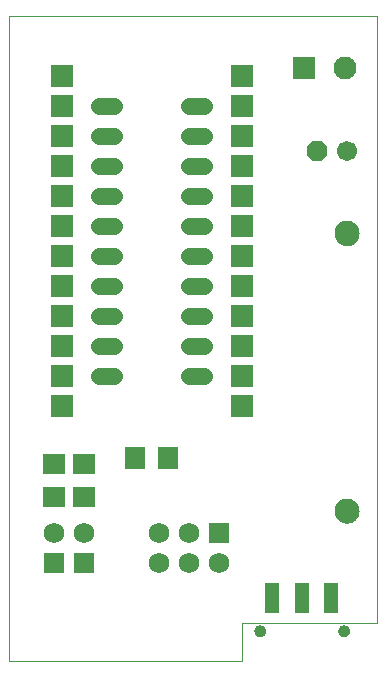
<source format=gbs>
G75*
%MOIN*%
%OFA0B0*%
%FSLAX25Y25*%
%IPPOS*%
%LPD*%
%AMOC8*
5,1,8,0,0,1.08239X$1,22.5*
%
%ADD10C,0.00000*%
%ADD11C,0.08274*%
%ADD12R,0.06699X0.07487*%
%ADD13R,0.07487X0.06699*%
%ADD14R,0.07400X0.07400*%
%ADD15C,0.05600*%
%ADD16R,0.05124X0.10243*%
%ADD17C,0.03943*%
%ADD18R,0.07683X0.07683*%
%ADD19C,0.07683*%
%ADD20R,0.06900X0.06900*%
%ADD21C,0.06900*%
%ADD22OC8,0.06700*%
%ADD23C,0.06700*%
D10*
X0002200Y0006014D02*
X0079700Y0006014D01*
X0079700Y0018514D01*
X0124700Y0018514D01*
X0124700Y0221014D01*
X0124651Y0220974D02*
X0002200Y0220974D01*
X0002200Y0006014D01*
X0083952Y0016014D02*
X0083954Y0016098D01*
X0083960Y0016181D01*
X0083970Y0016264D01*
X0083984Y0016347D01*
X0084001Y0016429D01*
X0084023Y0016510D01*
X0084048Y0016589D01*
X0084077Y0016668D01*
X0084110Y0016745D01*
X0084146Y0016820D01*
X0084186Y0016894D01*
X0084229Y0016966D01*
X0084276Y0017035D01*
X0084326Y0017102D01*
X0084379Y0017167D01*
X0084435Y0017229D01*
X0084493Y0017289D01*
X0084555Y0017346D01*
X0084619Y0017399D01*
X0084686Y0017450D01*
X0084755Y0017497D01*
X0084826Y0017542D01*
X0084899Y0017582D01*
X0084974Y0017619D01*
X0085051Y0017653D01*
X0085129Y0017683D01*
X0085208Y0017709D01*
X0085289Y0017732D01*
X0085371Y0017750D01*
X0085453Y0017765D01*
X0085536Y0017776D01*
X0085619Y0017783D01*
X0085703Y0017786D01*
X0085787Y0017785D01*
X0085870Y0017780D01*
X0085954Y0017771D01*
X0086036Y0017758D01*
X0086118Y0017742D01*
X0086199Y0017721D01*
X0086280Y0017697D01*
X0086358Y0017669D01*
X0086436Y0017637D01*
X0086512Y0017601D01*
X0086586Y0017562D01*
X0086658Y0017520D01*
X0086728Y0017474D01*
X0086796Y0017425D01*
X0086861Y0017373D01*
X0086924Y0017318D01*
X0086984Y0017260D01*
X0087042Y0017199D01*
X0087096Y0017135D01*
X0087148Y0017069D01*
X0087196Y0017001D01*
X0087241Y0016930D01*
X0087282Y0016857D01*
X0087321Y0016783D01*
X0087355Y0016707D01*
X0087386Y0016629D01*
X0087413Y0016550D01*
X0087437Y0016469D01*
X0087456Y0016388D01*
X0087472Y0016306D01*
X0087484Y0016223D01*
X0087492Y0016139D01*
X0087496Y0016056D01*
X0087496Y0015972D01*
X0087492Y0015889D01*
X0087484Y0015805D01*
X0087472Y0015722D01*
X0087456Y0015640D01*
X0087437Y0015559D01*
X0087413Y0015478D01*
X0087386Y0015399D01*
X0087355Y0015321D01*
X0087321Y0015245D01*
X0087282Y0015171D01*
X0087241Y0015098D01*
X0087196Y0015027D01*
X0087148Y0014959D01*
X0087096Y0014893D01*
X0087042Y0014829D01*
X0086984Y0014768D01*
X0086924Y0014710D01*
X0086861Y0014655D01*
X0086796Y0014603D01*
X0086728Y0014554D01*
X0086658Y0014508D01*
X0086586Y0014466D01*
X0086512Y0014427D01*
X0086436Y0014391D01*
X0086358Y0014359D01*
X0086280Y0014331D01*
X0086199Y0014307D01*
X0086118Y0014286D01*
X0086036Y0014270D01*
X0085954Y0014257D01*
X0085870Y0014248D01*
X0085787Y0014243D01*
X0085703Y0014242D01*
X0085619Y0014245D01*
X0085536Y0014252D01*
X0085453Y0014263D01*
X0085371Y0014278D01*
X0085289Y0014296D01*
X0085208Y0014319D01*
X0085129Y0014345D01*
X0085051Y0014375D01*
X0084974Y0014409D01*
X0084899Y0014446D01*
X0084826Y0014486D01*
X0084755Y0014531D01*
X0084686Y0014578D01*
X0084619Y0014629D01*
X0084555Y0014682D01*
X0084493Y0014739D01*
X0084435Y0014799D01*
X0084379Y0014861D01*
X0084326Y0014926D01*
X0084276Y0014993D01*
X0084229Y0015062D01*
X0084186Y0015134D01*
X0084146Y0015208D01*
X0084110Y0015283D01*
X0084077Y0015360D01*
X0084048Y0015439D01*
X0084023Y0015518D01*
X0084001Y0015599D01*
X0083984Y0015681D01*
X0083970Y0015764D01*
X0083960Y0015847D01*
X0083954Y0015930D01*
X0083952Y0016014D01*
X0111904Y0016014D02*
X0111906Y0016098D01*
X0111912Y0016181D01*
X0111922Y0016264D01*
X0111936Y0016347D01*
X0111953Y0016429D01*
X0111975Y0016510D01*
X0112000Y0016589D01*
X0112029Y0016668D01*
X0112062Y0016745D01*
X0112098Y0016820D01*
X0112138Y0016894D01*
X0112181Y0016966D01*
X0112228Y0017035D01*
X0112278Y0017102D01*
X0112331Y0017167D01*
X0112387Y0017229D01*
X0112445Y0017289D01*
X0112507Y0017346D01*
X0112571Y0017399D01*
X0112638Y0017450D01*
X0112707Y0017497D01*
X0112778Y0017542D01*
X0112851Y0017582D01*
X0112926Y0017619D01*
X0113003Y0017653D01*
X0113081Y0017683D01*
X0113160Y0017709D01*
X0113241Y0017732D01*
X0113323Y0017750D01*
X0113405Y0017765D01*
X0113488Y0017776D01*
X0113571Y0017783D01*
X0113655Y0017786D01*
X0113739Y0017785D01*
X0113822Y0017780D01*
X0113906Y0017771D01*
X0113988Y0017758D01*
X0114070Y0017742D01*
X0114151Y0017721D01*
X0114232Y0017697D01*
X0114310Y0017669D01*
X0114388Y0017637D01*
X0114464Y0017601D01*
X0114538Y0017562D01*
X0114610Y0017520D01*
X0114680Y0017474D01*
X0114748Y0017425D01*
X0114813Y0017373D01*
X0114876Y0017318D01*
X0114936Y0017260D01*
X0114994Y0017199D01*
X0115048Y0017135D01*
X0115100Y0017069D01*
X0115148Y0017001D01*
X0115193Y0016930D01*
X0115234Y0016857D01*
X0115273Y0016783D01*
X0115307Y0016707D01*
X0115338Y0016629D01*
X0115365Y0016550D01*
X0115389Y0016469D01*
X0115408Y0016388D01*
X0115424Y0016306D01*
X0115436Y0016223D01*
X0115444Y0016139D01*
X0115448Y0016056D01*
X0115448Y0015972D01*
X0115444Y0015889D01*
X0115436Y0015805D01*
X0115424Y0015722D01*
X0115408Y0015640D01*
X0115389Y0015559D01*
X0115365Y0015478D01*
X0115338Y0015399D01*
X0115307Y0015321D01*
X0115273Y0015245D01*
X0115234Y0015171D01*
X0115193Y0015098D01*
X0115148Y0015027D01*
X0115100Y0014959D01*
X0115048Y0014893D01*
X0114994Y0014829D01*
X0114936Y0014768D01*
X0114876Y0014710D01*
X0114813Y0014655D01*
X0114748Y0014603D01*
X0114680Y0014554D01*
X0114610Y0014508D01*
X0114538Y0014466D01*
X0114464Y0014427D01*
X0114388Y0014391D01*
X0114310Y0014359D01*
X0114232Y0014331D01*
X0114151Y0014307D01*
X0114070Y0014286D01*
X0113988Y0014270D01*
X0113906Y0014257D01*
X0113822Y0014248D01*
X0113739Y0014243D01*
X0113655Y0014242D01*
X0113571Y0014245D01*
X0113488Y0014252D01*
X0113405Y0014263D01*
X0113323Y0014278D01*
X0113241Y0014296D01*
X0113160Y0014319D01*
X0113081Y0014345D01*
X0113003Y0014375D01*
X0112926Y0014409D01*
X0112851Y0014446D01*
X0112778Y0014486D01*
X0112707Y0014531D01*
X0112638Y0014578D01*
X0112571Y0014629D01*
X0112507Y0014682D01*
X0112445Y0014739D01*
X0112387Y0014799D01*
X0112331Y0014861D01*
X0112278Y0014926D01*
X0112228Y0014993D01*
X0112181Y0015062D01*
X0112138Y0015134D01*
X0112098Y0015208D01*
X0112062Y0015283D01*
X0112029Y0015360D01*
X0112000Y0015439D01*
X0111975Y0015518D01*
X0111953Y0015599D01*
X0111936Y0015681D01*
X0111922Y0015764D01*
X0111912Y0015847D01*
X0111906Y0015930D01*
X0111904Y0016014D01*
X0110763Y0056014D02*
X0110765Y0056139D01*
X0110771Y0056264D01*
X0110781Y0056388D01*
X0110795Y0056512D01*
X0110812Y0056636D01*
X0110834Y0056759D01*
X0110860Y0056881D01*
X0110889Y0057003D01*
X0110922Y0057123D01*
X0110960Y0057242D01*
X0111000Y0057361D01*
X0111045Y0057477D01*
X0111093Y0057592D01*
X0111145Y0057706D01*
X0111201Y0057818D01*
X0111260Y0057928D01*
X0111322Y0058036D01*
X0111388Y0058143D01*
X0111457Y0058247D01*
X0111530Y0058348D01*
X0111605Y0058448D01*
X0111684Y0058545D01*
X0111766Y0058639D01*
X0111851Y0058731D01*
X0111938Y0058820D01*
X0112029Y0058906D01*
X0112122Y0058989D01*
X0112218Y0059070D01*
X0112316Y0059147D01*
X0112416Y0059221D01*
X0112519Y0059292D01*
X0112624Y0059359D01*
X0112732Y0059424D01*
X0112841Y0059484D01*
X0112952Y0059542D01*
X0113065Y0059595D01*
X0113179Y0059645D01*
X0113295Y0059692D01*
X0113412Y0059734D01*
X0113531Y0059773D01*
X0113651Y0059809D01*
X0113772Y0059840D01*
X0113894Y0059868D01*
X0114016Y0059891D01*
X0114140Y0059911D01*
X0114264Y0059927D01*
X0114388Y0059939D01*
X0114513Y0059947D01*
X0114638Y0059951D01*
X0114762Y0059951D01*
X0114887Y0059947D01*
X0115012Y0059939D01*
X0115136Y0059927D01*
X0115260Y0059911D01*
X0115384Y0059891D01*
X0115506Y0059868D01*
X0115628Y0059840D01*
X0115749Y0059809D01*
X0115869Y0059773D01*
X0115988Y0059734D01*
X0116105Y0059692D01*
X0116221Y0059645D01*
X0116335Y0059595D01*
X0116448Y0059542D01*
X0116559Y0059484D01*
X0116669Y0059424D01*
X0116776Y0059359D01*
X0116881Y0059292D01*
X0116984Y0059221D01*
X0117084Y0059147D01*
X0117182Y0059070D01*
X0117278Y0058989D01*
X0117371Y0058906D01*
X0117462Y0058820D01*
X0117549Y0058731D01*
X0117634Y0058639D01*
X0117716Y0058545D01*
X0117795Y0058448D01*
X0117870Y0058348D01*
X0117943Y0058247D01*
X0118012Y0058143D01*
X0118078Y0058036D01*
X0118140Y0057928D01*
X0118199Y0057818D01*
X0118255Y0057706D01*
X0118307Y0057592D01*
X0118355Y0057477D01*
X0118400Y0057361D01*
X0118440Y0057242D01*
X0118478Y0057123D01*
X0118511Y0057003D01*
X0118540Y0056881D01*
X0118566Y0056759D01*
X0118588Y0056636D01*
X0118605Y0056512D01*
X0118619Y0056388D01*
X0118629Y0056264D01*
X0118635Y0056139D01*
X0118637Y0056014D01*
X0118635Y0055889D01*
X0118629Y0055764D01*
X0118619Y0055640D01*
X0118605Y0055516D01*
X0118588Y0055392D01*
X0118566Y0055269D01*
X0118540Y0055147D01*
X0118511Y0055025D01*
X0118478Y0054905D01*
X0118440Y0054786D01*
X0118400Y0054667D01*
X0118355Y0054551D01*
X0118307Y0054436D01*
X0118255Y0054322D01*
X0118199Y0054210D01*
X0118140Y0054100D01*
X0118078Y0053992D01*
X0118012Y0053885D01*
X0117943Y0053781D01*
X0117870Y0053680D01*
X0117795Y0053580D01*
X0117716Y0053483D01*
X0117634Y0053389D01*
X0117549Y0053297D01*
X0117462Y0053208D01*
X0117371Y0053122D01*
X0117278Y0053039D01*
X0117182Y0052958D01*
X0117084Y0052881D01*
X0116984Y0052807D01*
X0116881Y0052736D01*
X0116776Y0052669D01*
X0116668Y0052604D01*
X0116559Y0052544D01*
X0116448Y0052486D01*
X0116335Y0052433D01*
X0116221Y0052383D01*
X0116105Y0052336D01*
X0115988Y0052294D01*
X0115869Y0052255D01*
X0115749Y0052219D01*
X0115628Y0052188D01*
X0115506Y0052160D01*
X0115384Y0052137D01*
X0115260Y0052117D01*
X0115136Y0052101D01*
X0115012Y0052089D01*
X0114887Y0052081D01*
X0114762Y0052077D01*
X0114638Y0052077D01*
X0114513Y0052081D01*
X0114388Y0052089D01*
X0114264Y0052101D01*
X0114140Y0052117D01*
X0114016Y0052137D01*
X0113894Y0052160D01*
X0113772Y0052188D01*
X0113651Y0052219D01*
X0113531Y0052255D01*
X0113412Y0052294D01*
X0113295Y0052336D01*
X0113179Y0052383D01*
X0113065Y0052433D01*
X0112952Y0052486D01*
X0112841Y0052544D01*
X0112731Y0052604D01*
X0112624Y0052669D01*
X0112519Y0052736D01*
X0112416Y0052807D01*
X0112316Y0052881D01*
X0112218Y0052958D01*
X0112122Y0053039D01*
X0112029Y0053122D01*
X0111938Y0053208D01*
X0111851Y0053297D01*
X0111766Y0053389D01*
X0111684Y0053483D01*
X0111605Y0053580D01*
X0111530Y0053680D01*
X0111457Y0053781D01*
X0111388Y0053885D01*
X0111322Y0053992D01*
X0111260Y0054100D01*
X0111201Y0054210D01*
X0111145Y0054322D01*
X0111093Y0054436D01*
X0111045Y0054551D01*
X0111000Y0054667D01*
X0110960Y0054786D01*
X0110922Y0054905D01*
X0110889Y0055025D01*
X0110860Y0055147D01*
X0110834Y0055269D01*
X0110812Y0055392D01*
X0110795Y0055516D01*
X0110781Y0055640D01*
X0110771Y0055764D01*
X0110765Y0055889D01*
X0110763Y0056014D01*
X0110763Y0148514D02*
X0110765Y0148639D01*
X0110771Y0148764D01*
X0110781Y0148888D01*
X0110795Y0149012D01*
X0110812Y0149136D01*
X0110834Y0149259D01*
X0110860Y0149381D01*
X0110889Y0149503D01*
X0110922Y0149623D01*
X0110960Y0149742D01*
X0111000Y0149861D01*
X0111045Y0149977D01*
X0111093Y0150092D01*
X0111145Y0150206D01*
X0111201Y0150318D01*
X0111260Y0150428D01*
X0111322Y0150536D01*
X0111388Y0150643D01*
X0111457Y0150747D01*
X0111530Y0150848D01*
X0111605Y0150948D01*
X0111684Y0151045D01*
X0111766Y0151139D01*
X0111851Y0151231D01*
X0111938Y0151320D01*
X0112029Y0151406D01*
X0112122Y0151489D01*
X0112218Y0151570D01*
X0112316Y0151647D01*
X0112416Y0151721D01*
X0112519Y0151792D01*
X0112624Y0151859D01*
X0112732Y0151924D01*
X0112841Y0151984D01*
X0112952Y0152042D01*
X0113065Y0152095D01*
X0113179Y0152145D01*
X0113295Y0152192D01*
X0113412Y0152234D01*
X0113531Y0152273D01*
X0113651Y0152309D01*
X0113772Y0152340D01*
X0113894Y0152368D01*
X0114016Y0152391D01*
X0114140Y0152411D01*
X0114264Y0152427D01*
X0114388Y0152439D01*
X0114513Y0152447D01*
X0114638Y0152451D01*
X0114762Y0152451D01*
X0114887Y0152447D01*
X0115012Y0152439D01*
X0115136Y0152427D01*
X0115260Y0152411D01*
X0115384Y0152391D01*
X0115506Y0152368D01*
X0115628Y0152340D01*
X0115749Y0152309D01*
X0115869Y0152273D01*
X0115988Y0152234D01*
X0116105Y0152192D01*
X0116221Y0152145D01*
X0116335Y0152095D01*
X0116448Y0152042D01*
X0116559Y0151984D01*
X0116669Y0151924D01*
X0116776Y0151859D01*
X0116881Y0151792D01*
X0116984Y0151721D01*
X0117084Y0151647D01*
X0117182Y0151570D01*
X0117278Y0151489D01*
X0117371Y0151406D01*
X0117462Y0151320D01*
X0117549Y0151231D01*
X0117634Y0151139D01*
X0117716Y0151045D01*
X0117795Y0150948D01*
X0117870Y0150848D01*
X0117943Y0150747D01*
X0118012Y0150643D01*
X0118078Y0150536D01*
X0118140Y0150428D01*
X0118199Y0150318D01*
X0118255Y0150206D01*
X0118307Y0150092D01*
X0118355Y0149977D01*
X0118400Y0149861D01*
X0118440Y0149742D01*
X0118478Y0149623D01*
X0118511Y0149503D01*
X0118540Y0149381D01*
X0118566Y0149259D01*
X0118588Y0149136D01*
X0118605Y0149012D01*
X0118619Y0148888D01*
X0118629Y0148764D01*
X0118635Y0148639D01*
X0118637Y0148514D01*
X0118635Y0148389D01*
X0118629Y0148264D01*
X0118619Y0148140D01*
X0118605Y0148016D01*
X0118588Y0147892D01*
X0118566Y0147769D01*
X0118540Y0147647D01*
X0118511Y0147525D01*
X0118478Y0147405D01*
X0118440Y0147286D01*
X0118400Y0147167D01*
X0118355Y0147051D01*
X0118307Y0146936D01*
X0118255Y0146822D01*
X0118199Y0146710D01*
X0118140Y0146600D01*
X0118078Y0146492D01*
X0118012Y0146385D01*
X0117943Y0146281D01*
X0117870Y0146180D01*
X0117795Y0146080D01*
X0117716Y0145983D01*
X0117634Y0145889D01*
X0117549Y0145797D01*
X0117462Y0145708D01*
X0117371Y0145622D01*
X0117278Y0145539D01*
X0117182Y0145458D01*
X0117084Y0145381D01*
X0116984Y0145307D01*
X0116881Y0145236D01*
X0116776Y0145169D01*
X0116668Y0145104D01*
X0116559Y0145044D01*
X0116448Y0144986D01*
X0116335Y0144933D01*
X0116221Y0144883D01*
X0116105Y0144836D01*
X0115988Y0144794D01*
X0115869Y0144755D01*
X0115749Y0144719D01*
X0115628Y0144688D01*
X0115506Y0144660D01*
X0115384Y0144637D01*
X0115260Y0144617D01*
X0115136Y0144601D01*
X0115012Y0144589D01*
X0114887Y0144581D01*
X0114762Y0144577D01*
X0114638Y0144577D01*
X0114513Y0144581D01*
X0114388Y0144589D01*
X0114264Y0144601D01*
X0114140Y0144617D01*
X0114016Y0144637D01*
X0113894Y0144660D01*
X0113772Y0144688D01*
X0113651Y0144719D01*
X0113531Y0144755D01*
X0113412Y0144794D01*
X0113295Y0144836D01*
X0113179Y0144883D01*
X0113065Y0144933D01*
X0112952Y0144986D01*
X0112841Y0145044D01*
X0112731Y0145104D01*
X0112624Y0145169D01*
X0112519Y0145236D01*
X0112416Y0145307D01*
X0112316Y0145381D01*
X0112218Y0145458D01*
X0112122Y0145539D01*
X0112029Y0145622D01*
X0111938Y0145708D01*
X0111851Y0145797D01*
X0111766Y0145889D01*
X0111684Y0145983D01*
X0111605Y0146080D01*
X0111530Y0146180D01*
X0111457Y0146281D01*
X0111388Y0146385D01*
X0111322Y0146492D01*
X0111260Y0146600D01*
X0111201Y0146710D01*
X0111145Y0146822D01*
X0111093Y0146936D01*
X0111045Y0147051D01*
X0111000Y0147167D01*
X0110960Y0147286D01*
X0110922Y0147405D01*
X0110889Y0147525D01*
X0110860Y0147647D01*
X0110834Y0147769D01*
X0110812Y0147892D01*
X0110795Y0148016D01*
X0110781Y0148140D01*
X0110771Y0148264D01*
X0110765Y0148389D01*
X0110763Y0148514D01*
D11*
X0114700Y0148514D03*
X0114700Y0056014D03*
D12*
X0055212Y0073514D03*
X0044188Y0073514D03*
D13*
X0027200Y0071526D03*
X0027200Y0060502D03*
X0017200Y0060502D03*
X0017200Y0071526D03*
D14*
X0019700Y0091014D03*
X0019700Y0101014D03*
X0019700Y0111014D03*
X0019700Y0121014D03*
X0019700Y0131014D03*
X0019700Y0141014D03*
X0019700Y0151014D03*
X0019700Y0161014D03*
X0019700Y0171014D03*
X0019700Y0181014D03*
X0019700Y0191014D03*
X0019700Y0201014D03*
X0079700Y0201014D03*
X0079700Y0191014D03*
X0079700Y0181014D03*
X0079700Y0171014D03*
X0079700Y0161014D03*
X0079700Y0151014D03*
X0079700Y0141014D03*
X0079700Y0131014D03*
X0079700Y0121014D03*
X0079700Y0111014D03*
X0079700Y0101014D03*
X0079700Y0091014D03*
D15*
X0067300Y0101014D02*
X0062100Y0101014D01*
X0062100Y0111014D02*
X0067300Y0111014D01*
X0067300Y0121014D02*
X0062100Y0121014D01*
X0062100Y0131014D02*
X0067300Y0131014D01*
X0067300Y0141014D02*
X0062100Y0141014D01*
X0062100Y0151014D02*
X0067300Y0151014D01*
X0067300Y0161014D02*
X0062100Y0161014D01*
X0062100Y0171014D02*
X0067300Y0171014D01*
X0067300Y0181014D02*
X0062100Y0181014D01*
X0062100Y0191014D02*
X0067300Y0191014D01*
X0037300Y0191014D02*
X0032100Y0191014D01*
X0032100Y0181014D02*
X0037300Y0181014D01*
X0037300Y0171014D02*
X0032100Y0171014D01*
X0032100Y0161014D02*
X0037300Y0161014D01*
X0037300Y0151014D02*
X0032100Y0151014D01*
X0032100Y0141014D02*
X0037300Y0141014D01*
X0037300Y0131014D02*
X0032100Y0131014D01*
X0032100Y0121014D02*
X0037300Y0121014D01*
X0037300Y0111014D02*
X0032100Y0111014D01*
X0032100Y0101014D02*
X0037300Y0101014D01*
D16*
X0089857Y0026841D03*
X0099700Y0026841D03*
X0109543Y0026841D03*
D17*
X0113676Y0016014D03*
X0085724Y0016014D03*
D18*
X0100310Y0203514D03*
D19*
X0114090Y0203514D03*
D20*
X0072200Y0048514D03*
X0027200Y0038514D03*
X0017200Y0038514D03*
D21*
X0017200Y0048514D03*
X0027200Y0048514D03*
X0052200Y0048514D03*
X0052200Y0038514D03*
X0062200Y0038514D03*
X0062200Y0048514D03*
X0072200Y0038514D03*
D22*
X0104700Y0176014D03*
D23*
X0114700Y0176014D03*
M02*

</source>
